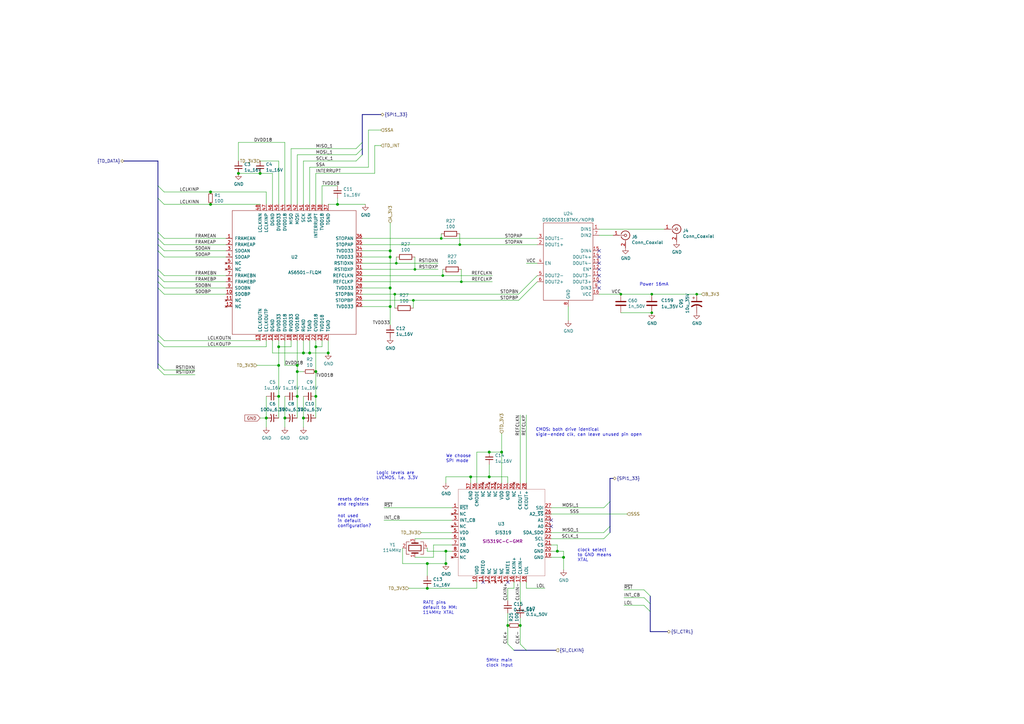
<source format=kicad_sch>
(kicad_sch (version 20230121) (generator eeschema)
  (paper "A3")
  (junction (at 127 144.78) (diameter 1.016))
  (junction (at 160.02 102.87) (diameter 1.016))
  (junction (at 129.54 152.4) (diameter 1.016))
  (junction (at 188.595 100.33))
  (junction (at 161.925 120.65))
  (junction (at 182.88 226.06) (diameter 1.016))
  (junction (at 121.92 152.4) (diameter 1.016))
  (junction (at 160.02 105.41) (diameter 1.016))
  (junction (at 231.14 228.6) (diameter 1.016))
  (junction (at 169.545 123.19))
  (junction (at 200.66 195.58) (diameter 1.016))
  (junction (at 193.04 195.58) (diameter 1.016))
  (junction (at 109.22 171.45) (diameter 1.016))
  (junction (at 97.79 71.12) (diameter 1.016))
  (junction (at 124.46 171.45) (diameter 1.016))
  (junction (at 114.3 149.86) (diameter 1.016))
  (junction (at 180.975 97.79))
  (junction (at 138.43 83.82) (diameter 1.016))
  (junction (at 267.335 128.27))
  (junction (at 181.61 113.03))
  (junction (at 86.36 83.82) (diameter 1.016))
  (junction (at 114.3 162.56) (diameter 1.016))
  (junction (at 189.23 115.57))
  (junction (at 175.26 241.3) (diameter 1.016))
  (junction (at 116.84 171.45) (diameter 1.016))
  (junction (at 175.26 231.14) (diameter 1.016))
  (junction (at 160.02 125.73) (diameter 1.016))
  (junction (at 205.74 185.42) (diameter 1.016))
  (junction (at 208.28 256.54) (diameter 1.016))
  (junction (at 121.92 162.56) (diameter 1.016))
  (junction (at 134.62 144.78) (diameter 1.016))
  (junction (at 213.36 256.54) (diameter 1.016))
  (junction (at 182.88 231.14) (diameter 1.016))
  (junction (at 200.66 185.42) (diameter 1.016))
  (junction (at 114.3 142.24) (diameter 1.016))
  (junction (at 106.68 71.12) (diameter 1.016))
  (junction (at 121.92 149.86) (diameter 1.016))
  (junction (at 228.6 226.06) (diameter 1.016))
  (junction (at 267.335 120.65))
  (junction (at 129.54 162.56) (diameter 1.016))
  (junction (at 86.36 78.74) (diameter 1.016))
  (junction (at 254.635 120.65))
  (junction (at 170.18 110.49))
  (junction (at 124.46 144.78) (diameter 1.016))
  (junction (at 162.56 107.95))
  (junction (at 129.54 142.24) (diameter 1.016))
  (junction (at 285.75 120.65))
  (junction (at 160.02 118.11) (diameter 1.016))
  (no_connect (at 198.12 238.76))
  (no_connect (at 245.745 105.41))
  (no_connect (at 245.745 115.57))
  (no_connect (at 245.745 102.87))
  (no_connect (at 245.745 118.11))
  (no_connect (at 245.745 113.03))
  (no_connect (at 226.06 215.9))
  (no_connect (at 208.28 238.76))
  (no_connect (at 226.06 213.36))
  (no_connect (at 245.745 107.95))
  (no_connect (at 245.745 110.49))
  (bus_entry (at 213.36 264.16) (size 2.54 2.54) (stroke (width 0.1524)))
  (bus_entry (at 264.16 241.935) (size 2.54 2.54) (stroke (width 0.1524)))
  (bus_entry (at 67.31 83.82) (size -2.54 -2.54) (stroke (width 0.1524)))
  (bus_entry (at 146.05 60.96) (size 2.54 -2.54) (stroke (width 0.1524)))
  (bus_entry (at 64.77 95.25) (size 2.54 2.54) (stroke (width 0.1524)))
  (bus_entry (at 64.77 149.225) (size 2.54 2.54))
  (bus_entry (at 247.65 208.28) (size 2.54 -2.54) (stroke (width 0.1524)))
  (bus_entry (at 208.28 264.16) (size 2.54 2.54) (stroke (width 0.1524)))
  (bus_entry (at 67.31 139.7) (size -2.54 -2.54) (stroke (width 0.1524)))
  (bus_entry (at 67.31 100.33) (size -2.54 -2.54) (stroke (width 0.1524)))
  (bus_entry (at 67.31 153.67) (size -2.54 -2.54) (stroke (width 0.1524)))
  (bus_entry (at 250.19 215.9) (size -2.54 2.54) (stroke (width 0.1524)))
  (bus_entry (at 67.31 78.74) (size -2.54 -2.54) (stroke (width 0.1524)))
  (bus_entry (at 247.65 220.98) (size 2.54 -2.54) (stroke (width 0.1524)))
  (bus_entry (at 264.16 245.11) (size 2.54 2.54) (stroke (width 0.1524)))
  (bus_entry (at 67.31 118.11) (size -2.54 -2.54) (stroke (width 0.1524)))
  (bus_entry (at 67.31 120.65) (size -2.54 -2.54) (stroke (width 0.1524)))
  (bus_entry (at 264.16 248.285) (size 2.54 2.54) (stroke (width 0.1524)))
  (bus_entry (at 146.05 66.04) (size 2.54 -2.54) (stroke (width 0.1524)))
  (bus_entry (at 67.31 115.57) (size -2.54 -2.54) (stroke (width 0.1524)))
  (bus_entry (at 67.31 105.41) (size -2.54 -2.54) (stroke (width 0.1524)))
  (bus_entry (at 67.31 113.03) (size -2.54 -2.54) (stroke (width 0.1524)))
  (bus_entry (at 67.31 142.24) (size -2.54 -2.54) (stroke (width 0.1524)))
  (bus_entry (at 146.05 63.5) (size 2.54 -2.54) (stroke (width 0.1524)))
  (bus_entry (at 67.31 102.87) (size -2.54 -2.54) (stroke (width 0.1524)))
  (wire (pts (xy 148.59 113.03) (xy 181.61 113.03)))
  (wire (pts (xy 105.41 149.86) (xy 114.3 149.86)))
  (wire (pts (xy 148.59 115.57) (xy 189.23 115.57)))
  (wire (pts (xy 195.58 241.3) (xy 175.26 241.3)))
  (wire (pts (xy 127 68.58) (xy 151.13 68.58)))
  (bus (pts (xy 64.77 118.11) (xy 64.77 137.16)))
  (wire (pts (xy 67.31 78.74) (xy 86.36 78.74)))
  (wire (pts (xy 124.46 66.04) (xy 146.05 66.04)))
  (wire (pts (xy 67.31 102.87) (xy 92.71 102.87)))
  (wire (pts (xy 129.54 139.7) (xy 129.54 142.24)))
  (wire (pts (xy 160.02 118.11) (xy 160.02 125.73)))
  (wire (pts (xy 255.905 241.935) (xy 264.16 241.935)))
  (wire (pts (xy 208.28 256.54) (xy 208.28 264.16)))
  (wire (pts (xy 208.28 241.3) (xy 210.82 241.3)))
  (wire (pts (xy 127 144.78) (xy 134.62 144.78)))
  (bus (pts (xy 148.59 60.96) (xy 148.59 63.5)))
  (wire (pts (xy 67.31 83.82) (xy 86.36 83.82)))
  (wire (pts (xy 116.84 171.45) (xy 116.84 175.26)))
  (wire (pts (xy 189.23 115.57) (xy 201.93 115.57)))
  (wire (pts (xy 226.06 228.6) (xy 231.14 228.6)))
  (wire (pts (xy 67.31 118.11) (xy 92.71 118.11)))
  (bus (pts (xy 64.77 66.04) (xy 64.77 76.2)))
  (wire (pts (xy 170.18 105.41) (xy 170.18 110.49)))
  (wire (pts (xy 111.76 83.82) (xy 111.76 71.12)))
  (wire (pts (xy 109.22 162.56) (xy 109.22 171.45)))
  (wire (pts (xy 182.88 226.06) (xy 185.42 226.06)))
  (bus (pts (xy 64.77 81.28) (xy 64.77 95.25)))
  (wire (pts (xy 195.58 198.12) (xy 195.58 185.42)))
  (wire (pts (xy 148.59 102.87) (xy 160.02 102.87)))
  (wire (pts (xy 210.82 241.3) (xy 210.82 238.76)))
  (wire (pts (xy 161.925 126.365) (xy 161.925 120.65)))
  (bus (pts (xy 148.59 46.99) (xy 148.59 58.42)))
  (wire (pts (xy 111.76 71.12) (xy 106.68 71.12)))
  (wire (pts (xy 67.31 120.65) (xy 92.71 120.65)))
  (bus (pts (xy 266.7 259.08) (xy 273.685 259.08)))
  (wire (pts (xy 233.045 125.73) (xy 233.045 131.445)))
  (wire (pts (xy 170.18 228.6) (xy 177.8 228.6)))
  (wire (pts (xy 162.56 107.95) (xy 179.705 107.95)))
  (wire (pts (xy 124.46 139.7) (xy 124.46 144.78)))
  (bus (pts (xy 250.19 215.9) (xy 250.19 218.44)))
  (wire (pts (xy 172.72 218.44) (xy 185.42 218.44)))
  (wire (pts (xy 114.3 139.7) (xy 114.3 142.24)))
  (wire (pts (xy 67.31 100.33) (xy 92.71 100.33)))
  (wire (pts (xy 114.3 66.04) (xy 106.68 66.04)))
  (wire (pts (xy 228.6 226.06) (xy 231.14 226.06)))
  (wire (pts (xy 267.335 120.65) (xy 285.75 120.65)))
  (bus (pts (xy 64.77 149.225) (xy 64.77 151.13)))
  (wire (pts (xy 231.14 228.6) (xy 231.14 233.68)))
  (wire (pts (xy 148.59 100.33) (xy 188.595 100.33)))
  (wire (pts (xy 215.9 241.3) (xy 223.52 241.3)))
  (wire (pts (xy 148.59 120.65) (xy 161.925 120.65)))
  (wire (pts (xy 231.14 226.06) (xy 231.14 228.6)))
  (wire (pts (xy 134.62 83.82) (xy 138.43 83.82)))
  (wire (pts (xy 151.13 68.58) (xy 151.13 53.34)))
  (wire (pts (xy 129.54 162.56) (xy 129.54 171.45)))
  (wire (pts (xy 138.43 81.28) (xy 138.43 83.82)))
  (wire (pts (xy 213.36 256.54) (xy 213.36 264.16)))
  (bus (pts (xy 64.77 139.7) (xy 64.77 149.225)))
  (wire (pts (xy 182.88 195.58) (xy 182.88 198.12)))
  (wire (pts (xy 148.59 118.11) (xy 160.02 118.11)))
  (wire (pts (xy 215.9 170.18) (xy 215.9 198.12)))
  (wire (pts (xy 121.92 63.5) (xy 146.05 63.5)))
  (wire (pts (xy 285.75 120.65) (xy 287.655 120.65)))
  (bus (pts (xy 250.19 205.74) (xy 250.19 215.9)))
  (bus (pts (xy 210.82 266.7) (xy 215.9 266.7)))
  (wire (pts (xy 67.31 105.41) (xy 92.71 105.41)))
  (wire (pts (xy 119.38 60.96) (xy 119.38 83.82)))
  (wire (pts (xy 67.31 139.7) (xy 106.68 139.7)))
  (bus (pts (xy 64.77 76.2) (xy 64.77 81.28)))
  (wire (pts (xy 175.26 231.14) (xy 175.26 236.22)))
  (wire (pts (xy 116.84 149.86) (xy 121.92 149.86)))
  (wire (pts (xy 245.745 120.65) (xy 254.635 120.65)))
  (wire (pts (xy 175.26 241.3) (xy 167.64 241.3)))
  (wire (pts (xy 67.31 113.03) (xy 92.71 113.03)))
  (wire (pts (xy 127 68.58) (xy 127 83.82)))
  (wire (pts (xy 106.68 71.12) (xy 97.79 71.12)))
  (bus (pts (xy 215.9 266.7) (xy 227.965 266.7)))
  (wire (pts (xy 127 139.7) (xy 127 144.78)))
  (wire (pts (xy 170.18 220.98) (xy 185.42 220.98)))
  (wire (pts (xy 111.76 139.7) (xy 111.76 144.78)))
  (wire (pts (xy 254.635 120.65) (xy 267.335 120.65)))
  (wire (pts (xy 195.58 185.42) (xy 200.66 185.42)))
  (wire (pts (xy 157.48 213.36) (xy 185.42 213.36)))
  (wire (pts (xy 170.18 110.49) (xy 179.705 110.49)))
  (bus (pts (xy 64.77 97.79) (xy 64.77 100.33)))
  (wire (pts (xy 148.59 123.19) (xy 169.545 123.19)))
  (bus (pts (xy 64.77 110.49) (xy 64.77 113.03)))
  (wire (pts (xy 165.1 224.79) (xy 165.1 231.14)))
  (wire (pts (xy 121.92 162.56) (xy 121.92 171.45)))
  (wire (pts (xy 129.54 142.24) (xy 129.54 152.4)))
  (wire (pts (xy 160.02 102.87) (xy 160.02 105.41)))
  (wire (pts (xy 213.36 253.365) (xy 213.36 256.54)))
  (wire (pts (xy 215.9 107.95) (xy 220.345 107.95)))
  (wire (pts (xy 226.06 218.44) (xy 247.65 218.44)))
  (wire (pts (xy 160.02 105.41) (xy 160.02 118.11)))
  (bus (pts (xy 64.77 115.57) (xy 64.77 118.11)))
  (wire (pts (xy 124.46 162.56) (xy 124.46 171.45)))
  (wire (pts (xy 106.68 171.45) (xy 109.22 171.45)))
  (wire (pts (xy 195.58 238.76) (xy 195.58 241.3)))
  (wire (pts (xy 200.66 185.42) (xy 205.74 185.42)))
  (bus (pts (xy 266.7 250.825) (xy 266.7 259.08)))
  (wire (pts (xy 132.08 76.2) (xy 138.43 76.2)))
  (wire (pts (xy 182.88 226.06) (xy 175.26 226.06)))
  (bus (pts (xy 50.8 66.04) (xy 64.77 66.04)))
  (bus (pts (xy 266.7 244.475) (xy 266.7 247.65)))
  (wire (pts (xy 109.22 171.45) (xy 109.22 175.26)))
  (wire (pts (xy 114.3 66.04) (xy 114.3 83.82)))
  (wire (pts (xy 67.31 153.67) (xy 80.01 153.67)))
  (wire (pts (xy 245.745 93.98) (xy 272.415 93.98)))
  (wire (pts (xy 180.975 95.885) (xy 180.975 97.79)))
  (wire (pts (xy 134.62 139.7) (xy 134.62 144.78)))
  (wire (pts (xy 86.36 78.74) (xy 109.22 78.74)))
  (wire (pts (xy 67.31 97.79) (xy 92.71 97.79)))
  (bus (pts (xy 64.77 100.33) (xy 64.77 102.87)))
  (wire (pts (xy 116.84 162.56) (xy 116.84 171.45)))
  (wire (pts (xy 175.26 231.14) (xy 182.88 231.14)))
  (wire (pts (xy 67.31 115.57) (xy 92.71 115.57)))
  (wire (pts (xy 213.36 170.18) (xy 213.36 198.12)))
  (bus (pts (xy 250.19 196.215) (xy 250.19 205.74)))
  (wire (pts (xy 212.725 123.19) (xy 220.345 115.57)))
  (wire (pts (xy 193.04 195.58) (xy 200.66 195.58)))
  (wire (pts (xy 132.08 139.7) (xy 132.08 142.24)))
  (bus (pts (xy 266.7 247.65) (xy 266.7 250.825)))
  (wire (pts (xy 148.59 110.49) (xy 170.18 110.49)))
  (wire (pts (xy 255.905 248.285) (xy 264.16 248.285)))
  (wire (pts (xy 124.46 144.78) (xy 127 144.78)))
  (wire (pts (xy 226.06 226.06) (xy 228.6 226.06)))
  (wire (pts (xy 245.745 96.52) (xy 251.46 96.52)))
  (wire (pts (xy 169.545 123.19) (xy 212.725 123.19)))
  (bus (pts (xy 251.46 196.215) (xy 250.19 196.215)))
  (wire (pts (xy 138.43 83.82) (xy 149.86 83.82)))
  (wire (pts (xy 188.595 95.885) (xy 188.595 100.33)))
  (wire (pts (xy 175.26 226.06) (xy 175.26 224.79)))
  (wire (pts (xy 121.92 152.4) (xy 121.92 162.56)))
  (wire (pts (xy 86.36 83.82) (xy 106.68 83.82)))
  (wire (pts (xy 97.79 66.04) (xy 97.79 58.42)))
  (wire (pts (xy 226.06 210.82) (xy 257.175 210.82)))
  (wire (pts (xy 119.38 60.96) (xy 146.05 60.96)))
  (wire (pts (xy 200.66 190.5) (xy 200.66 195.58)))
  (wire (pts (xy 161.925 120.65) (xy 212.725 120.65)))
  (bus (pts (xy 64.77 95.25) (xy 64.77 97.79)))
  (wire (pts (xy 160.02 133.35) (xy 160.02 125.73)))
  (bus (pts (xy 64.77 137.16) (xy 64.77 139.7)))
  (wire (pts (xy 165.1 231.14) (xy 175.26 231.14)))
  (wire (pts (xy 160.02 91.44) (xy 160.02 102.87)))
  (wire (pts (xy 226.06 208.28) (xy 247.65 208.28)))
  (wire (pts (xy 121.92 149.86) (xy 121.92 152.4)))
  (wire (pts (xy 114.3 162.56) (xy 114.3 171.45)))
  (wire (pts (xy 67.31 142.24) (xy 109.22 142.24)))
  (wire (pts (xy 111.76 144.78) (xy 124.46 144.78)))
  (wire (pts (xy 181.61 113.03) (xy 201.93 113.03)))
  (wire (pts (xy 132.08 142.24) (xy 129.54 142.24)))
  (wire (pts (xy 193.04 198.12) (xy 193.04 195.58)))
  (bus (pts (xy 148.59 46.99) (xy 156.21 46.99)))
  (wire (pts (xy 226.06 223.52) (xy 228.6 223.52)))
  (wire (pts (xy 129.54 152.4) (xy 129.54 162.56)))
  (wire (pts (xy 208.28 251.46) (xy 208.28 256.54)))
  (wire (pts (xy 148.59 97.79) (xy 180.975 97.79)))
  (wire (pts (xy 205.74 185.42) (xy 205.74 198.12)))
  (wire (pts (xy 109.22 78.74) (xy 109.22 83.82)))
  (wire (pts (xy 67.31 151.765) (xy 80.01 151.765)))
  (wire (pts (xy 151.13 53.34) (xy 156.21 53.34)))
  (wire (pts (xy 124.46 66.04) (xy 124.46 83.82)))
  (wire (pts (xy 182.88 226.06) (xy 182.88 231.14)))
  (wire (pts (xy 228.6 223.52) (xy 228.6 226.06)))
  (wire (pts (xy 116.84 58.42) (xy 116.84 83.82)))
  (wire (pts (xy 189.23 110.49) (xy 189.23 115.57)))
  (wire (pts (xy 213.36 238.76) (xy 213.36 248.285)))
  (wire (pts (xy 188.595 100.33) (xy 220.345 100.33)))
  (wire (pts (xy 226.06 220.98) (xy 247.65 220.98)))
  (wire (pts (xy 119.38 139.7) (xy 119.38 142.24)))
  (wire (pts (xy 205.74 177.8) (xy 205.74 185.42)))
  (wire (pts (xy 114.3 142.24) (xy 114.3 149.86)))
  (wire (pts (xy 129.54 71.12) (xy 129.54 83.82)))
  (wire (pts (xy 153.67 59.69) (xy 153.67 71.12)))
  (wire (pts (xy 129.54 71.12) (xy 153.67 71.12)))
  (wire (pts (xy 148.59 105.41) (xy 160.02 105.41)))
  (wire (pts (xy 177.8 223.52) (xy 185.42 223.52)))
  (bus (pts (xy 148.59 58.42) (xy 148.59 60.96)))
  (wire (pts (xy 215.9 238.76) (xy 215.9 241.3)))
  (wire (pts (xy 148.59 125.73) (xy 160.02 125.73)))
  (wire (pts (xy 119.38 142.24) (xy 114.3 142.24)))
  (wire (pts (xy 208.28 198.12) (xy 208.28 195.58)))
  (wire (pts (xy 180.975 97.79) (xy 220.345 97.79)))
  (wire (pts (xy 109.22 139.7) (xy 109.22 142.24)))
  (wire (pts (xy 162.56 105.41) (xy 162.56 107.95)))
  (wire (pts (xy 121.92 63.5) (xy 121.92 83.82)))
  (wire (pts (xy 254.635 128.27) (xy 267.335 128.27)))
  (wire (pts (xy 124.46 171.45) (xy 124.46 175.26)))
  (wire (pts (xy 97.79 58.42) (xy 116.84 58.42)))
  (wire (pts (xy 114.3 149.86) (xy 114.3 162.56)))
  (wire (pts (xy 193.04 195.58) (xy 182.88 195.58)))
  (wire (pts (xy 177.8 228.6) (xy 177.8 223.52)))
  (bus (pts (xy 64.77 113.03) (xy 64.77 115.57)))
  (wire (pts (xy 200.66 195.58) (xy 208.28 195.58)))
  (wire (pts (xy 132.08 83.82) (xy 132.08 76.2)))
  (wire (pts (xy 157.48 208.28) (xy 185.42 208.28)))
  (bus (pts (xy 64.77 102.87) (xy 64.77 110.49)))
  (wire (pts (xy 169.545 126.365) (xy 169.545 123.19)))
  (wire (pts (xy 181.61 110.49) (xy 181.61 113.03)))
  (wire (pts (xy 121.92 139.7) (xy 121.92 149.86)))
  (wire (pts (xy 156.21 59.69) (xy 153.67 59.69)))
  (wire (pts (xy 212.725 120.65) (xy 220.345 113.03)))
  (wire (pts (xy 124.46 152.4) (xy 121.92 152.4)))
  (wire (pts (xy 255.905 245.11) (xy 264.16 245.11)))
  (wire (pts (xy 208.28 246.38) (xy 208.28 241.3)))
  (wire (pts (xy 148.59 107.95) (xy 162.56 107.95)))
  (wire (pts (xy 116.84 139.7) (xy 116.84 149.86)))
  (text "Power 16mA" (at 262.255 117.475 0) (effects (font (size 1.27 1.27)) (justify left bottom)))
  (text "clock select\nto GND means\nXTAL" (at 236.855 230.505 0) (effects (font (size 1.27 1.27)) (justify left bottom)))
  (text "5MHz main\nclock input" (at 199.39 273.685 0) (effects (font (size 1.27 1.27)) (justify left bottom)))
  (text "RATE pins\ndefault to MM:\n114MHz XTAL" (at 173.355 252.095 0) (effects (font (size 1.27 1.27)) (justify left bottom)))
  (text "resets device\nand registers" (at 138.43 207.645 0) (effects (font (size 1.27 1.27)) (justify left bottom)))
  (text "We choose\nSPI mode" (at 182.88 189.865 0) (effects (font (size 1.27 1.27)) (justify left bottom)))
  (text "CMOS: both drive identical\nsigle-ended clk, can leave unused pin open" (at 219.71 179.07 0) (effects (font (size 1.27 1.27)) (justify left bottom)))
  (text "Logic levels are\nLVCMOS, i.e. 3.3V" (at 154.305 196.85 0) (effects (font (size 1.27 1.27)) (justify left bottom)))
  (text "not used\nin default\nconfiguration?" (at 138.43 216.535 0) (effects (font (size 1.27 1.27)) (justify left bottom)))
  (label "MOSI_1" (at 237.49 208.28 180))
  (label "CLKIN+" (at 208.28 246.38 90))
  (label "CLKIN-" (at 213.36 246.38 90))
  (label "LOL" (at 223.52 241.3 180))
  (label "RSTIDXN" (at 80.01 151.765 180))
  (label "FRAMEAP" (at 80.01 100.33 0))
  (label "REFCLKP" (at 201.93 115.57 180))
  (label "REFCLKN" (at 213.36 170.18 270))
  (label "CLK-" (at 213.36 264.16 90))
  (label "RSTIDXN" (at 179.705 107.95 180))
  (label "LCLKOUTP" (at 85.09 142.24 0))
  (label "LOL" (at 255.905 248.285 0))
  (label "MISO_1" (at 237.49 218.44 180))
  (label "STOPBP" (at 205.105 123.19 0))
  (label "~{RST}" (at 157.48 208.28 0))
  (label "TVDD18" (at 132.08 76.2 0))
  (label "SCLK_1" (at 237.49 220.98 180))
  (label "INTERRUPT" (at 129.54 71.12 0))
  (label "CLK+" (at 208.28 264.16 90))
  (label "REFCLKN" (at 201.93 113.03 180))
  (label "RSTIDXP" (at 179.705 110.49 180))
  (label "SSA" (at 129.54 68.58 0))
  (label "STOPAN" (at 207.01 100.33 0))
  (label "RSTIDXP" (at 80.01 153.67 180))
  (label "VCC" (at 215.9 107.95 0))
  (label "VCC" (at 250.825 120.65 0))
  (label "DVDD18" (at 116.84 149.86 0))
  (label "~{RST}" (at 255.905 241.935 0))
  (label "INT_CB" (at 255.905 245.11 0))
  (label "STOPAP" (at 207.01 97.79 0))
  (label "MISO_1" (at 129.54 60.96 0))
  (label "SDOBP" (at 80.01 120.65 0))
  (label "TVDD18" (at 129.54 154.94 0))
  (label "FRAMEBN" (at 80.01 113.03 0))
  (label "FRAMEAN" (at 80.01 97.79 0))
  (label "TVDD33" (at 160.02 133.35 180))
  (label "SDOBN" (at 80.01 118.11 0))
  (label "LCLKOUTN" (at 85.09 139.7 0))
  (label "SSS" (at 237.49 210.82 180))
  (label "FRAMEBP" (at 80.01 115.57 0))
  (label "MOSI_1" (at 129.54 63.5 0))
  (label "INT_CB" (at 157.48 213.36 0))
  (label "STOPBN" (at 205.105 120.65 0))
  (label "LCLKINP" (at 73.66 78.74 0))
  (label "LCLKINN" (at 73.66 83.82 0))
  (label "SCLK_1" (at 129.54 66.04 0))
  (label "DVDD18" (at 104.14 58.42 0))
  (label "SDOAP" (at 80.01 105.41 0))
  (label "REFCLKP" (at 215.9 170.18 270))
  (label "SDOAN" (at 80.01 102.87 0))
  (global_label "GND" (shape input) (at 106.68 171.45 180) (property "Intersheetrefs" "${INTERSHEET_REFS}" (effects hide)))
  (hierarchical_label "{SPI1_33}" (shape bidirectional) (at 251.46 196.215 0))
  (hierarchical_label "{Si_CLKIN}" (shape input) (at 227.965 266.7 0))
  (hierarchical_label "B_3V3" (shape input) (at 287.655 120.65 0))
  (hierarchical_label "TD_3V3" (shape input) (at 105.41 149.86 180))
  (hierarchical_label "{Si_CTRL}" (shape bidirectional) (at 273.685 259.08 0))
  (hierarchical_label "TD_3V3" (shape input) (at 167.64 241.3 180))
  (hierarchical_label "{SPI1_33}" (shape bidirectional) (at 156.21 46.99 0))
  (hierarchical_label "A_3V3" (shape input) (at 160.02 91.44 90))
  (hierarchical_label "TD_3V3" (shape input) (at 172.72 218.44 180))
  (hierarchical_label "SSA" (shape input) (at 156.21 53.34 0))
  (hierarchical_label "{TD_DATA}" (shape bidirectional) (at 50.8 66.04 180))
  (hierarchical_label "TD_3V3" (shape input) (at 205.74 177.8 90))
  (hierarchical_label "TD_INT" (shape input) (at 156.21 59.69 0))
  (hierarchical_label "TD_3V3" (shape input) (at 106.68 66.04 180))
  (hierarchical_label "SSS" (shape input) (at 257.175 210.82 0))
  (symbol (lib_id "power:GND") (at 109.22 175.26 0) (unit 1)
    (property "Reference" "#PWR014" (effects hide))
    (property "Value" "GND" (at 109.347 179.6542 0))
    (instances (project "Bread" (path "" (reference "#PWR014") (unit 1))) (project "AS6501" (path "" (reference "#PWR017") (unit 1))) (project "Bread70" (path "" (reference "#PWR027") (unit 1))))
  )
  (symbol (lib_id "head-rescue:R-Device") (at 184.785 95.885 90) (unit 1)
    (property "Reference" "R27" (at 184.785 90.6272 90))
    (property "Value" "100" (at 184.785 92.9386 90))
    (property "Footprint" "Resistor_SMD:R_0603_1608Metric" (effects hide))
    (property "Datasheet" "https://www.mouser.fr/ProductDetail/KOA-Speer/RN73R1JTTD1000F50?qs=vLWxofP3U2yYPkSOJCMWdQ%3D%3D" (effects hide))
    (property "Part" "RN73R1JTTD1000F50" (effects hide))
    (property "Unitprice" "0.443" (effects hide))
    (property "Description" " Thin Film Resistors - SMD 100 ohm 1% 50 ppm" (effects hide))
    (property "Man" "KOA Speer " (effects hide))
    (property "Dis" "Mouser" (effects hide))
    (instances (project "Bread" (path "" (reference "R27") (unit 1))) (project "dac" (path "" (reference "R19") (unit 1))) (project "Bread70" (path "" (reference "R33") (unit 1)) (path "" (reference "R20") (unit 1))))
  )
  (symbol (lib_id "power:GND") (at 285.75 128.27 0) (unit 1)
    (property "Reference" "#PWR012" (effects hide))
    (property "Value" "GND" (at 285.8643 132.5944 0))
    (instances (project "tdc" (path "" (reference "#PWR012") (unit 1))) (project "Bread" (path "" (reference "#PWR022") (unit 1))) (project "Bread70" (path "" (reference "#PWR0114") (unit 1))))
  )
  (symbol (lib_id "power:GND") (at 233.045 131.445 0) (unit 1)
    (property "Reference" "#PWR012" (effects hide))
    (property "Value" "GND" (at 233.1593 135.7694 0))
    (instances (project "tdc" (path "" (reference "#PWR012") (unit 1))) (project "Bread" (path "" (reference "#PWR022") (unit 1))) (project "Bread70" (path "" (reference "#PWR035") (unit 1))))
  )
  (symbol (lib_id "Device:C_Small") (at 160.02 135.89 180) (unit 1)
    (property "Reference" "C12" (at 162.3568 134.7216 0) (effects (justify right)))
    (property "Value" "1u_16V" (at 162.3568 137.033 0) (effects (justify right)))
    (property "Footprint" "Capacitor_SMD:C_0603_1608Metric" (effects hide))
    (property "Datasheet" "https://www.mouser.fr/ProductDetail/TAIYO-YUDEN/EMK107B7105KA-T?qs=I6KAKw0tg2zS1zj87Lm%2FxQ%3D%3D" (effects hide))
    (property "Part" "EMK107B7105KA-T" (effects hide))
    (property "Man" "Taiyo Yuden" (effects hide))
    (property "Description" " Multilayer Ceramic Capacitors MLCC - SMD/SMT 0603 16VDC 1uF 10% X7R" (effects hide))
    (property "Dis" "Mouser" (effects hide))
    (property "Unitprice" "0.094" (effects hide))
    (instances (project "Bread" (path "" (reference "C12") (unit 1))) (project "AS6501" (path "" (reference "C12") (unit 1))) (project "Bread70" (path "" (reference "C29") (unit 1))))
  )
  (symbol (lib_id "power:GND") (at 160.02 138.43 0) (unit 1)
    (property "Reference" "#PWR021" (effects hide))
    (property "Value" "GND" (at 160.147 142.8242 0))
    (instances (project "Bread" (path "" (reference "#PWR021") (unit 1))) (project "AS6501" (path "" (reference "#PWR023") (unit 1))) (project "Bread70" (path "" (reference "#PWR032") (unit 1))))
  )
  (symbol (lib_id "power:GND") (at 277.495 99.06 0) (unit 1)
    (property "Reference" "#PWR010" (effects hide))
    (property "Value" "GND" (at 277.6093 103.3844 0))
    (instances (project "tdc" (path "" (reference "#PWR010") (unit 1))) (project "Bread" (path "" (reference "#PWR015") (unit 1))) (project "Bread70" (path "" (reference "#PWR039") (unit 1))))
  )
  (symbol (lib_id "power:GND") (at 97.79 71.12 0) (unit 1)
    (property "Reference" "#PWR08" (effects hide))
    (property "Value" "GND" (at 97.917 75.5142 0))
    (instances (project "Bread" (path "" (reference "#PWR08") (unit 1))) (project "AS6501" (path "" (reference "#PWR014") (unit 1))) (project "Bread70" (path "" (reference "#PWR026") (unit 1))))
  )
  (symbol (lib_id "Device:C_Small") (at 119.38 162.56 270) (unit 1)
    (property "Reference" "C7" (at 119.38 156.7434 90))
    (property "Value" "1u_16V" (at 119.38 159.0548 90))
    (property "Footprint" "Capacitor_SMD:C_0603_1608Metric" (effects hide))
    (property "Datasheet" "https://www.mouser.fr/ProductDetail/TAIYO-YUDEN/EMK107B7105KA-T?qs=I6KAKw0tg2zS1zj87Lm%2FxQ%3D%3D" (effects hide))
    (property "Part" "EMK107B7105KA-T" (effects hide))
    (property "Man" "Taiyo Yuden" (effects hide))
    (property "Description" " Multilayer Ceramic Capacitors MLCC - SMD/SMT 0603 16VDC 1uF 10% X7R" (effects hide))
    (property "Dis" "Mouser" (effects hide))
    (property "Unitprice" "0.094" (effects hide))
    (instances (project "Bread" (path "" (reference "C7") (unit 1))) (project "AS6501" (path "" (reference "C7") (unit 1))) (project "Bread70" (path "" (reference "C24") (unit 1))))
  )
  (symbol (lib_id "locallib:Si5319") (at 187.96 200.66 0) (unit 1)
    (property "Reference" "U3" (at 204.2161 214.8713 0) (effects (justify left)))
    (property "Value" "Si5319" (at 202.9461 218.44 0) (effects (justify left)))
    (property "Footprint" "VQ_footprints:QFN36_6x6_P0.5_EP4.1x4.1_ThermalVias" (effects hide))
    (property "Datasheet" "https://www.mouser.fr/ProductDetail/Skyworks-Solutions-Inc/SI5319C-C-GMR?qs=DPMK3kMt%252BoegePko%2FNTPKg%3D%3D" (effects hide))
    (property "Part" "SI5319C-C-GMR" (at 197.8661 222.0087 0) (effects (justify left)))
    (property "Dis" "Mouser" (effects hide))
    (property "Description" "Clock Synthesizer/Jitter Cleaner Any-frequency jitter attenuating clock " (effects hide))
    (property "Unitprice" "25.95" (effects hide))
    (property "Man" " Skyworks Solutions, Inc. " (effects hide))
    (instances (project "Bread" (path "" (reference "U3") (unit 1))) (project "jitter_cleaner" (path "" (reference "U3") (unit 1))) (project "Bread70" (path "" (reference "U6") (unit 1))))
  )
  (symbol (lib_id "power:GND") (at 116.84 175.26 0) (unit 1)
    (property "Reference" "#PWR017" (effects hide))
    (property "Value" "GND" (at 116.967 179.6542 0))
    (instances (project "Bread" (path "" (reference "#PWR017") (unit 1))) (project "AS6501" (path "" (reference "#PWR018") (unit 1))) (project "Bread70" (path "" (reference "#PWR028") (unit 1))))
  )
  (symbol (lib_id "Device:R_Small") (at 86.36 81.28 0) (unit 1)
    (property "Reference" "R1" (at 87.8586 80.1116 0) (effects (justify left)))
    (property "Value" "100" (at 87.8586 82.423 0) (effects (justify left)))
    (property "Footprint" "Resistor_SMD:R_0603_1608Metric" (effects hide))
    (property "Datasheet" "https://www.mouser.fr/ProductDetail/KOA-Speer/RN73R1JTTD1000F50?qs=vLWxofP3U2yYPkSOJCMWdQ%3D%3D" (effects hide))
    (property "Part" "RN73R1JTTD1000F50" (effects hide))
    (property "Man" "KOA Speer " (effects hide))
    (property "Description" " Thin Film Resistors - SMD 100 ohm 1% 50 ppm" (effects hide))
    (property "Dis" "Mouser" (effects hide))
    (property "Unitprice" "0.443" (effects hide))
    (instances (project "Bread" (path "" (reference "R1") (unit 1))) (project "AS6501" (path "" (reference "R1") (unit 1))) (project "Bread70" (path "" (reference "R18") (unit 1))))
  )
  (symbol (lib_id "head-rescue:C-Device") (at 254.635 124.46 0) (unit 1)
    (property "Reference" "C60" (at 257.556 123.2916 0) (effects (justify left)))
    (property "Value" "1n_50V" (at 257.556 125.603 0) (effects (justify left)))
    (property "Footprint" "Capacitor_SMD:C_0603_1608Metric" (effects hide))
    (property "Datasheet" "https://www.mouser.fr/ProductDetail/TAIYO-YUDEN/UMK107SD102KA-T?qs=PzICbMaShUdCPqt1cWoINg%3D%3D" (effects hide))
    (property "Part" " UMK107SD102KA-T" (effects hide))
    (property "Unitprice" "0.141" (effects hide))
    (property "Description" "Multilayer Ceramic Capacitors MLCC - SMD/SMT 0603 50VDC 1nF 10% Low Distort" (effects hide))
    (property "Man" "Taiyo yuden" (effects hide))
    (property "Dis" "Mouser" (effects hide))
    (instances (project "Bread" (path "" (reference "C60") (unit 1))) (project "dac" (path "" (reference "C47") (unit 1))) (project "Bread70" (path "" (reference "C43") (unit 1)) (path "" (reference "C35") (unit 1))))
  )
  (symbol (lib_id "Veriqloud:DS90C031B") (at 233.045 107.95 0) (unit 1)
    (property "Reference" "U24" (at 233.045 87.63 0))
    (property "Value" "DS90C031BTMX/NOPB" (at 233.045 90.17 0))
    (property "Footprint" "Package_SO:SOIC-16_3.9x9.9mm_P1.27mm" (effects hide))
    (property "Datasheet" "https://www.mouser.fr/ProductDetail/Texas-Instruments/DS90C031BTMX-NOPB?qs=7X5t%252BdzoRHDlPqWwfy%252BdmQ%3D%3D" (effects hide))
    (property "Part" "DS90C031BTMX/NOPB" (effects hide))
    (property "Man" "TI" (effects hide))
    (property "Dis" "Mouser" (effects hide))
    (property "Description" " LVDS Interface IC LVDS quad CMOS differential line driver 16-SOIC -40 to 85" (effects hide))
    (property "Unitprice" "2.93" (effects hide))
  )
  (symbol (lib_id "Device:CP1_Small") (at 119.38 171.45 270) (unit 1)
    (property "Reference" "C8" (at 119.38 165.6588 90))
    (property "Value" "100u_6.3V" (at 119.38 167.9702 90))
    (property "Footprint" "Capacitor_SMD:C_1210_3225Metric" (effects hide))
    (property "Datasheet" "https://www.mouser.fr/ProductDetail/AVX/F910J107MBAAJ6?qs=sGAEpiMZZMsh%252B1woXyUXj0YqoHYn8JRTfLTrgYQpX0w%3D" (effects hide))
    (property "Part" "F910J107MBAAJ6" (effects hide))
    (property "Man" "AVX" (effects hide))
    (property "Description" " Tantalum Capacitors - Solid SMD 6.3V 100uF 1210 20% ESR=450mOhms AEC-Q2" (effects hide))
    (property "Unitprice" "0.677" (effects hide))
    (property "Dis" "Mouser" (effects hide))
    (instances (project "Bread" (path "" (reference "C8") (unit 1))) (project "AS6501" (path "" (reference "C8") (unit 1))) (project "Bread70" (path "" (reference "C25") (unit 1))))
  )
  (symbol (lib_id "Device:C") (at 267.335 124.46 0) (unit 1)
    (property "Reference" "C159" (at 271.145 123.1899 0) (effects (justify left)))
    (property "Value" "1u_35V" (at 271.145 125.7299 0) (effects (justify left)))
    (property "Footprint" "Capacitor_SMD:C_0603_1608Metric" (effects hide))
    (property "Datasheet" "https://www.mouser.fr/ProductDetail/Taiyo-Yuden/GMJ107CB7105KAHR?qs=3jdCaFhktOQWOjcG%2FzhUAg%3D%3D" (effects hide))
    (property "Part" "GMJ107CB7105KAHR " (effects hide))
    (property "Unitprice" "0,263" (effects hide))
    (property "Description" "Multilayer Ceramic Capacitors MLCC - SMD/SMT 0603 35VDC 1uF 10% X7R AEC-Q200 " (effects hide))
    (property "Man" "Taiyo Yuden " (effects hide))
    (property "Dis" "Mouser" (effects hide))
    (instances (project "Bread" (path "" (reference "C159") (unit 1))) (project "pllclock" (path "" (reference "C152") (unit 1))) (project "Bread70" (path "" (reference "C177") (unit 1)) (path "" (reference "C32") (unit 1))))
  )
  (symbol (lib_id "power:GND") (at 256.54 101.6 0) (unit 1)
    (property "Reference" "#PWR012" (effects hide))
    (property "Value" "GND" (at 256.6543 105.9244 0))
    (instances (project "tdc" (path "" (reference "#PWR012") (unit 1))) (project "Bread" (path "" (reference "#PWR022") (unit 1))) (project "Bread70" (path "" (reference "#PWR040") (unit 1))))
  )
  (symbol (lib_id "Device:Crystal_GND24") (at 170.18 224.79 90) (unit 1)
    (property "Reference" "Y1" (at 159.7661 223.3866 90) (effects (justify right)))
    (property "Value" "114MHz" (at 156.9721 225.6853 90) (effects (justify right)))
    (property "Footprint" "Crystal:Crystal_SMD_3225-4Pin_3.2x2.5mm" (effects hide))
    (property "Datasheet" "https://www.mouser.fr/ProductDetail/ECS/ECS-114285-18-33-JTN-TR/?qs=wd5RIQLrsJgRpNWBuho%252BLA%3D%3D" (effects hide))
    (property "Part" "ECS-1142.85-18-33-JTN-TR" (effects hide))
    (property "Description" " Crystals 114.285MHz 20ppm -40C +85C 18pF " (effects hide))
    (property "Dis" "Mouser" (effects hide))
    (property "Man" "ECS" (effects hide))
    (property "Unitprice" "1.16" (effects hide))
  )
  (symbol (lib_id "Device:C_Small") (at 106.68 68.58 180) (unit 1)
    (property "Reference" "C4" (at 109.0168 67.4116 0) (effects (justify right)))
    (property "Value" "1u_16V" (at 109.0168 69.723 0) (effects (justify right)))
    (property "Footprint" "Capacitor_SMD:C_0603_1608Metric" (effects hide))
    (property "Datasheet" "https://www.mouser.fr/ProductDetail/TAIYO-YUDEN/EMK107B7105KA-T?qs=I6KAKw0tg2zS1zj87Lm%2FxQ%3D%3D" (effects hide))
    (property "Part" "EMK107B7105KA-T" (effects hide))
    (property "Man" "Taiyo Yuden" (effects hide))
    (property "Description" " Multilayer Ceramic Capacitors MLCC - SMD/SMT 0603 16VDC 1uF 10% X7R" (effects hide))
    (property "Dis" "Mouser" (effects hide))
    (property "Unitprice" "0.094" (effects hide))
    (instances (project "Bread" (path "" (reference "C4") (unit 1))) (project "AS6501" (path "" (reference "C4") (unit 1))) (project "Bread70" (path "" (reference "C21") (unit 1))))
  )
  (symbol (lib_id "Device:C_Small") (at 175.26 238.76 180) (unit 1)
    (property "Reference" "C13" (at 177.5968 237.5916 0) (effects (justify right)))
    (property "Value" "1u_16V" (at 177.5968 239.903 0) (effects (justify right)))
    (property "Footprint" "Capacitor_SMD:C_0603_1608Metric" (effects hide))
    (property "Datasheet" "https://www.mouser.fr/ProductDetail/TAIYO-YUDEN/EMK107B7105KA-T?qs=I6KAKw0tg2zS1zj87Lm%2FxQ%3D%3D" (effects hide))
    (property "Part" "EMK107B7105KA-T" (effects hide))
    (property "Man" "Taiyo Yuden" (effects hide))
    (property "Description" " Multilayer Ceramic Capacitors MLCC - SMD/SMT 0603 16VDC 1uF 10% X7R" (effects hide))
    (property "Dis" "Mouser" (effects hide))
    (property "Unitprice" "0.094" (effects hide))
    (instances (project "Bread" (path "" (reference "C13") (unit 1))) (project "jitter_cleaner" (path "" (reference "C13") (unit 1))) (project "Bread70" (path "" (reference "C30") (unit 1))))
  )
  (symbol (lib_id "Device:C_Small") (at 97.79 68.58 180) (unit 1)
    (property "Reference" "C3" (at 100.1268 67.4116 0) (effects (justify right)))
    (property "Value" "1u_16V" (at 100.1268 69.723 0) (effects (justify right)))
    (property "Footprint" "Capacitor_SMD:C_0603_1608Metric" (effects hide))
    (property "Datasheet" "https://www.mouser.fr/ProductDetail/TAIYO-YUDEN/EMK107B7105KA-T?qs=I6KAKw0tg2zS1zj87Lm%2FxQ%3D%3D" (effects hide))
    (property "Part" "EMK107B7105KA-T" (effects hide))
    (property "Man" "Taiyo Yuden" (effects hide))
    (property "Description" " Multilayer Ceramic Capacitors MLCC - SMD/SMT 0603 16VDC 1uF 10% X7R" (effects hide))
    (property "Dis" "Mouser" (effects hide))
    (property "Unitprice" "0.094" (effects hide))
    (instances (project "Bread" (path "" (reference "C3") (unit 1))) (project "AS6501" (path "" (reference "C3") (unit 1))) (project "Bread70" (path "" (reference "C20") (unit 1))))
  )
  (symbol (lib_id "Device:CP1_Small") (at 127 171.45 270) (unit 1)
    (property "Reference" "C10" (at 127 165.6588 90))
    (property "Value" "100u_6.3V" (at 127 167.9702 90))
    (property "Footprint" "Capacitor_SMD:C_1210_3225Metric" (effects hide))
    (property "Datasheet" "https://www.mouser.fr/ProductDetail/AVX/F910J107MBAAJ6?qs=sGAEpiMZZMsh%252B1woXyUXj0YqoHYn8JRTfLTrgYQpX0w%3D" (effects hide))
    (property "Part" "F910J107MBAAJ6" (effects hide))
    (property "Man" "AVX" (effects hide))
    (property "Description" " Tantalum Capacitors - Solid SMD 6.3V 100uF 1210 20% ESR=450mOhms AEC-Q2" (effects hide))
    (property "Unitprice" "0.677" (effects hide))
    (property "Dis" "Mouser" (effects hide))
    (instances (project "Bread" (path "" (reference "C10") (unit 1))) (project "AS6501" (path "" (reference "C10") (unit 1))) (project "Bread70" (path "" (reference "C27") (unit 1))))
  )
  (symbol (lib_id "Device:C_Polarized_US") (at 285.75 124.46 0) (unit 1)
    (property "Reference" "C95" (at 279.4 124.46 90))
    (property "Value" "10u_35V" (at 281.94 124.46 90))
    (property "Footprint" "Capacitor_Tantalum_SMD:CP_EIA-7343-20_Kemet-V_Pad2.25x2.55mm_HandSolder" (effects hide))
    (property "Datasheet" "https://www.mouser.fr/ProductDetail/KYOCERA-AVX/TCJY106M035R0070?qs=bJSoPGA5nOYDtjAlk8bK6Q%3D%3D" (effects hide))
    (property "Part" "TCJY106M035R0070" (effects hide))
    (property "Description" " Tantalum Capacitors - Polymer 35V 10uF 2917 20% ESR=70mOhms" (effects hide))
    (property "Dis" "Mouser" (effects hide))
    (property "Man" " KYOCERA AVX" (effects hide))
    (property "Unitprice" "2.11" (effects hide))
    (instances (project "DACs_Eval" (path "" (reference "C95") (unit 1))) (project "Bread" (path "" (reference "C39") (unit 1))) (project "dac" (path "" (reference "C?") (unit 1))) (project "DAC81408" (path "" (reference "C93") (unit 1))) (project "Bread70" (path "" (reference "C125") (unit 1)) (path "" (reference "C34") (unit 1))))
  )
  (symbol (lib_id "power:GND") (at 124.46 175.26 0) (unit 1)
    (property "Reference" "#PWR018" (effects hide))
    (property "Value" "GND" (at 124.587 179.6542 0))
    (instances (project "Bread" (path "" (reference "#PWR018") (unit 1))) (project "AS6501" (path "" (reference "#PWR019") (unit 1))) (project "Bread70" (path "" (reference "#PWR029") (unit 1))))
  )
  (symbol (lib_id "head-rescue:R-Device") (at 166.37 105.41 90) (unit 1)
    (property "Reference" "R27" (at 166.37 100.1522 90))
    (property "Value" "100" (at 166.37 102.4636 90))
    (property "Footprint" "Resistor_SMD:R_0603_1608Metric" (effects hide))
    (property "Datasheet" "https://www.mouser.fr/ProductDetail/KOA-Speer/RN73R1JTTD1000F50?qs=vLWxofP3U2yYPkSOJCMWdQ%3D%3D" (effects hide))
    (property "Part" "RN73R1JTTD1000F50" (effects hide))
    (property "Unitprice" "0.443" (effects hide))
    (property "Description" " Thin Film Resistors - SMD 100 ohm 1% 50 ppm" (effects hide))
    (property "Man" "KOA Speer " (effects hide))
    (property "Dis" "Mouser" (effects hide))
    (instances (project "Bread" (path "" (reference "R27") (unit 1))) (project "dac" (path "" (reference "R19") (unit 1))) (project "Bread70" (path "" (reference "R33") (unit 1)) (path "" (reference "R22") (unit 1))))
  )
  (symbol (lib_id "power:GND") (at 267.335 128.27 0) (unit 1)
    (property "Reference" "#PWR012" (effects hide))
    (property "Value" "GND" (at 267.4493 132.5944 0))
    (instances (project "tdc" (path "" (reference "#PWR012") (unit 1))) (project "Bread" (path "" (reference "#PWR022") (unit 1))) (project "Bread70" (path "" (reference "#PWR038") (unit 1))))
  )
  (symbol (lib_id "Connector:Conn_Coaxial") (at 277.495 93.98 0) (unit 1)
    (property "Reference" "J4" (at 280.0351 94.5959 0) (effects (justify left)))
    (property "Value" "Conn_Coaxial" (at 280.0351 96.8946 0) (effects (justify left)))
    (property "Footprint" "Connector_Coaxial:SMA_Amphenol_132134_Vertical" (effects hide))
    (property "Datasheet" "https://www.mouser.fr/ProductDetail/Amphenol-RF/132134/?qs=b8dDPpdgesvQEpS4IQp3aA%3D%3D" (effects hide))
    (property "Part" "132134" (effects hide))
    (property "Man" "Amphenol RF" (effects hide))
    (property "Description" " RF Connectors / Coaxial Connectors SMA STRAIGHT PCB RECEPTACLE" (effects hide))
    (property "Dis" "Mouser" (effects hide))
    (property "Unitprice" "5.68" (effects hide))
    (instances (project "tdc" (path "" (reference "J4") (unit 1))) (project "Bread" (path "" (reference "J13") (unit 1))) (project "Bread70" (path "" (reference "J11") (unit 1))))
  )
  (symbol (lib_id "head-rescue:R-Device") (at 185.42 110.49 90) (unit 1)
    (property "Reference" "R27" (at 185.42 105.2322 90))
    (property "Value" "100" (at 185.42 107.5436 90))
    (property "Footprint" "Resistor_SMD:R_0603_1608Metric" (effects hide))
    (property "Datasheet" "https://www.mouser.fr/ProductDetail/KOA-Speer/RN73R1JTTD1000F50?qs=vLWxofP3U2yYPkSOJCMWdQ%3D%3D" (effects hide))
    (property "Part" "RN73R1JTTD1000F50" (effects hide))
    (property "Unitprice" "0.443" (effects hide))
    (property "Description" " Thin Film Resistors - SMD 100 ohm 1% 50 ppm" (effects hide))
    (property "Man" "KOA Speer " (effects hide))
    (property "Dis" "Mouser" (effects hide))
    (instances (project "Bread" (path "" (reference "R27") (unit 1))) (project "dac" (path "" (reference "R19") (unit 1))) (project "Bread70" (path "" (reference "R33") (unit 1)) (path "" (reference "R23") (unit 1))))
  )
  (symbol (lib_id "power:GND") (at 134.62 144.78 0) (unit 1)
    (property "Reference" "#PWR019" (effects hide))
    (property "Value" "GND" (at 134.747 149.1742 0))
    (instances (project "Bread" (path "" (reference "#PWR019") (unit 1))) (project "AS6501" (path "" (reference "#PWR020") (unit 1))) (project "Bread70" (path "" (reference "#PWR030") (unit 1))))
  )
  (symbol (lib_id "power:GND") (at 182.88 231.14 0) (unit 1)
    (property "Reference" "#PWR027" (effects hide))
    (property "Value" "GND" (at 182.9943 235.4644 0))
    (instances (project "Bread" (path "" (reference "#PWR027") (unit 1))) (project "jitter_cleaner" (path "" (reference "#PWR029") (unit 1))) (project "Bread70" (path "" (reference "#PWR034") (unit 1))))
  )
  (symbol (lib_id "Connector:Conn_Coaxial") (at 256.54 96.52 0) (unit 1)
    (property "Reference" "J6" (at 259.0801 97.1359 0) (effects (justify left)))
    (property "Value" "Conn_Coaxial" (at 259.0801 99.4346 0) (effects (justify left)))
    (property "Footprint" "Connector_Coaxial:SMA_Amphenol_132134_Vertical" (effects hide))
    (property "Datasheet" "https://www.mouser.fr/ProductDetail/Amphenol-RF/132134/?qs=b8dDPpdgesvQEpS4IQp3aA%3D%3D" (effects hide))
    (property "Part" "132134" (effects hide))
    (property "Man" "Amphenol RF" (effects hide))
    (property "Description" " RF Connectors / Coaxial Connectors SMA STRAIGHT PCB RECEPTACLE" (effects hide))
    (property "Dis" "Mouser" (effects hide))
    (property "Unitprice" "5.68" (effects hide))
    (instances (project "tdc" (path "" (reference "J6") (unit 1))) (project "Bread" (path "" (reference "J15") (unit 1))) (project "Bread70" (path "" (reference "J12") (unit 1))))
  )
  (symbol (lib_id "head-rescue:R-Device") (at 165.735 126.365 90) (unit 1)
    (property "Reference" "R27" (at 165.735 121.1072 90))
    (property "Value" "100" (at 165.735 123.4186 90))
    (property "Footprint" "Resistor_SMD:R_0603_1608Metric" (effects hide))
    (property "Datasheet" "https://www.mouser.fr/ProductDetail/KOA-Speer/RN73R1JTTD1000F50?qs=vLWxofP3U2yYPkSOJCMWdQ%3D%3D" (effects hide))
    (property "Part" "RN73R1JTTD1000F50" (effects hide))
    (property "Unitprice" "0.443" (effects hide))
    (property "Description" " Thin Film Resistors - SMD 100 ohm 1% 50 ppm" (effects hide))
    (property "Man" "KOA Speer " (effects hide))
    (property "Dis" "Mouser" (effects hide))
    (instances (project "Bread" (path "" (reference "R27") (unit 1))) (project "dac" (path "" (reference "R19") (unit 1))) (project "Bread70" (path "" (reference "R33") (unit 1)) (path "" (reference "R21") (unit 1))))
  )
  (symbol (lib_id "Device:R_Small") (at 210.82 256.54 90) (unit 1)
    (property "Reference" "R25" (at 209.6516 255.0414 0) (effects (justify left)))
    (property "Value" "100" (at 211.963 255.0414 0) (effects (justify left)))
    (property "Footprint" "Resistor_SMD:R_0603_1608Metric" (effects hide))
    (property "Datasheet" "https://www.mouser.fr/ProductDetail/KOA-Speer/RN73R1JTTD1000F50?qs=vLWxofP3U2yYPkSOJCMWdQ%3D%3D" (effects hide))
    (property "Part" "RN73R1JTTD1000F50" (effects hide))
    (property "Man" "KOA Speer " (effects hide))
    (property "Description" " Thin Film Resistors - SMD 100 ohm 1% 50 ppm" (effects hide))
    (property "Dis" "Mouser" (effects hide))
    (property "Unitprice" "0.443" (effects hide))
    (instances (project "Bread" (path "" (reference "R25") (unit 1))) (project "jitter_cleaner" (path "" (reference "R15") (unit 1))) (project "Bread70" (path "" (reference "R28") (unit 1))))
  )
  (symbol (lib_id "power:GND") (at 182.88 198.12 0) (unit 1)
    (property "Reference" "#PWR026" (effects hide))
    (property "Value" "GND" (at 182.9943 202.4444 0))
    (instances (project "Bread" (path "" (reference "#PWR026") (unit 1))) (project "jitter_cleaner" (path "" (reference "#PWR028") (unit 1))) (project "Bread70" (path "" (reference "#PWR033") (unit 1))))
  )
  (symbol (lib_id "Device:C_Small") (at 111.76 162.56 270) (unit 1)
    (property "Reference" "C5" (at 111.76 156.7434 90))
    (property "Value" "1u_16V" (at 111.76 159.0548 90))
    (property "Footprint" "Capacitor_SMD:C_0603_1608Metric" (effects hide))
    (property "Datasheet" "https://www.mouser.fr/ProductDetail/TAIYO-YUDEN/EMK107B7105KA-T?qs=I6KAKw0tg2zS1zj87Lm%2FxQ%3D%3D" (effects hide))
    (property "Part" "EMK107B7105KA-T" (effects hide))
    (property "Man" "Taiyo Yuden" (effects hide))
    (property "Description" " Multilayer Ceramic Capacitors MLCC - SMD/SMT 0603 16VDC 1uF 10% X7R" (effects hide))
    (property "Dis" "Mouser" (effects hide))
    (property "Unitprice" "0.094" (effects hide))
    (instances (project "Bread" (path "" (reference "C5") (unit 1))) (project "AS6501" (path "" (reference "C5") (unit 1))) (project "Bread70" (path "" (reference "C22") (unit 1))))
  )
  (symbol (lib_id "VQ:AS6501") (at 120.65 111.76 0) (unit 1)
    (property "Reference" "U2" (at 119.38 105.41 0) (effects (justify left)))
    (property "Value" "AS6501-FLQM" (at 118.11 111.76 0) (effects (justify left)))
    (property "Footprint" "Package_QFP:LQFP-48_7x7mm_P0.5mm" (effects hide))
    (property "Datasheet" "https://www.mouser.fr/datasheet/2/1081/AS6501_Datasheet-1890439.pdf" (effects hide))
    (property "Part" "AS6501-FLQM" (effects hide))
    (property "Dis" "Mouser" (effects hide))
    (property "Man" "ScioSense " (effects hide))
    (property "Description" " Data Acquisition ADCs/DACs - Specialised AS6501-FLQM LQFP48 LF T&RDP" (effects hide))
    (property "Unitprice" "27" (effects hide))
    (instances (project "Bread" (path "" (reference "U2") (unit 1))) (project "AS6501" (path "" (reference "U2") (unit 1))) (project "Bread70" (path "" (reference "U5") (unit 1))))
  )
  (symbol (lib_id "power:GND") (at 231.14 233.68 0) (unit 1)
    (property "Reference" "#PWR028" (effects hide))
    (property "Value" "GND" (at 231.2543 238.0044 0))
    (instances (project "Bread" (path "" (reference "#PWR028") (unit 1))) (project "jitter_cleaner" (path "" (reference "#PWR031") (unit 1))) (project "Bread70" (path "" (reference "#PWR036") (unit 1))))
  )
  (symbol (lib_id "Device:C_Small") (at 138.43 78.74 180) (unit 1)
    (property "Reference" "C11" (at 140.7668 77.5716 0) (effects (justify right)))
    (property "Value" "1u_16V" (at 140.7668 79.883 0) (effects (justify right)))
    (property "Footprint" "Capacitor_SMD:C_0603_1608Metric" (effects hide))
    (property "Datasheet" "https://www.mouser.fr/ProductDetail/TAIYO-YUDEN/EMK107B7105KA-T?qs=I6KAKw0tg2zS1zj87Lm%2FxQ%3D%3D" (effects hide))
    (property "Part" "EMK107B7105KA-T" (effects hide))
    (property "Man" "Taiyo Yuden" (effects hide))
    (property "Description" " Multilayer Ceramic Capacitors MLCC - SMD/SMT 0603 16VDC 1uF 10% X7R" (effects hide))
    (property "Dis" "Mouser" (effects hide))
    (property "Unitprice" "0.094" (effects hide))
    (instances (project "Bread" (path "" (reference "C11") (unit 1))) (project "AS6501" (path "" (reference "C11") (unit 1))) (project "Bread70" (path "" (reference "C28") (unit 1))))
  )
  (symbol (lib_id "Device:C_Small") (at 213.36 250.825 0) (unit 1)
    (property "Reference" "C17" (at 215.6842 249.6756 0) (effects (justify left)))
    (property "Value" "0.1u_50V" (at 215.6842 251.9743 0) (effects (justify left)))
    (property "Footprint" "Capacitor_SMD:C_0603_1608Metric" (effects hide))
    (property "Datasheet" "https://www.mouser.fr/ProductDetail/TAIYO-YUDEN/UMK107B7104KAHT?qs=CNQs48zzdnp%2Fe1hmQgH1qg%3D%3D" (effects hide))
    (property "Part" "UMK107B7104KAHT" (effects hide))
    (property "Description" " Multilayer Ceramic Capacitors MLCC - SMD/SMT 0603 50VDC 0.1uF 10% X7R AEC-Q200" (effects hide))
    (property "Man" "Taiyo Yuden" (effects hide))
    (property "Unitprice" "0.103" (effects hide))
    (property "Dis" "Mouser" (effects hide))
    (instances (project "Bread" (path "" (reference "C17") (unit 1))) (project "jitter_cleaner" (path "" (reference "C17") (unit 1))) (project "Bread70" (path "" (reference "C37") (unit 1))))
  )
  (symbol (lib_id "Device:C_Small") (at 208.28 248.92 0) (unit 1)
    (property "Reference" "C15" (at 210.6042 247.7706 0) (effects (justify left)))
    (property "Value" "0.1u_50V" (at 210.6042 250.0693 0) (effects (justify left)))
    (property "Footprint" "Capacitor_SMD:C_0603_1608Metric" (effects hide))
    (property "Datasheet" "https://www.mouser.fr/ProductDetail/TAIYO-YUDEN/UMK107B7104KAHT?qs=CNQs48zzdnp%2Fe1hmQgH1qg%3D%3D" (effects hide))
    (property "Part" "UMK107B7104KAHT" (effects hide))
    (property "Description" " Multilayer Ceramic Capacitors MLCC - SMD/SMT 0603 50VDC 0.1uF 10% X7R AEC-Q200" (effects hide))
    (property "Man" "Taiyo Yuden" (effects hide))
    (property "Unitprice" "0.103" (effects hide))
    (property "Dis" "Mouser" (effects hide))
    (instances (project "Bread" (path "" (reference "C15") (unit 1))) (project "jitter_cleaner" (path "" (reference "C15") (unit 1))) (project "Bread70" (path "" (reference "C36") (unit 1))))
  )
  (symbol (lib_id "Device:R_Small") (at 127 152.4 270) (unit 1)
    (property "Reference" "R2" (at 127 147.4216 90))
    (property "Value" "10" (at 127 149.733 90))
    (property "Footprint" "Resistor_SMD:R_0603_1608Metric" (effects hide))
    (property "Datasheet" "https://www.mouser.fr/ProductDetail/ROHM-Semiconductor/SDR03EZPF10R0?qs=sGAEpiMZZMtlubZbdhIBIIR71ikvQRXL86cQ8CeB2OQ%3D" (effects hide))
    (property "Part" "SDR03EZPF10R0 " (effects hide))
    (property "Man" "ROHM-Semiconductor" (effects hide))
    (property "Description" "Thick Film Resistors - SMD 0603 10ohm 1% Anti Surge AEC-Q200 " (effects hide))
    (property "Dis" "Mouser" (effects hide))
    (property "Unitprice" "0,131" (effects hide))
    (instances (project "Bread" (path "" (reference "R2") (unit 1))) (project "AS6501" (path "" (reference "R2") (unit 1))) (project "Bread70" (path "" (reference "R19") (unit 1))))
  )
  (symbol (lib_id "power:GND") (at 149.86 83.82 0) (unit 1)
    (property "Reference" "#PWR020" (effects hide))
    (property "Value" "GND" (at 149.987 88.2142 0))
    (instances (project "Bread" (path "" (reference "#PWR020") (unit 1))) (project "AS6501" (path "" (reference "#PWR021") (unit 1))) (project "Bread70" (path "" (reference "#PWR031") (unit 1))))
  )
  (symbol (lib_id "Device:CP1_Small") (at 111.76 171.45 270) (unit 1)
    (property "Reference" "C6" (at 111.76 165.6588 90))
    (property "Value" "100u_6.3V" (at 111.76 167.9702 90))
    (property "Footprint" "Capacitor_SMD:C_1210_3225Metric" (effects hide))
    (property "Datasheet" "https://www.mouser.fr/ProductDetail/AVX/F910J107MBAAJ6?qs=sGAEpiMZZMsh%252B1woXyUXj0YqoHYn8JRTfLTrgYQpX0w%3D" (effects hide))
    (property "Part" "F910J107MBAAJ6" (effects hide))
    (property "Man" "AVX" (effects hide))
    (property "Description" " Tantalum Capacitors - Solid SMD 6.3V 100uF 1210 20% ESR=450mOhms AEC-Q2" (effects hide))
    (property "Unitprice" "0.677" (effects hide))
    (property "Dis" "Mouser" (effects hide))
    (instances (project "Bread" (path "" (reference "C6") (unit 1))) (project "AS6501" (path "" (reference "C6") (unit 1))) (project "Bread70" (path "" (reference "C23") (unit 1))))
  )
  (symbol (lib_id "Device:C_Small") (at 200.66 187.96 180) (unit 1)
    (property "Reference" "C14" (at 202.9968 186.7916 0) (effects (justify right)))
    (property "Value" "1u_16V" (at 202.9968 189.103 0) (effects (justify right)))
    (property "Footprint" "Capacitor_SMD:C_0603_1608Metric" (effects hide))
    (property "Datasheet" "https://www.mouser.fr/ProductDetail/TAIYO-YUDEN/EMK107B7105KA-T?qs=I6KAKw0tg2zS1zj87Lm%2FxQ%3D%3D" (effects hide))
    (property "Part" "EMK107B7105KA-T" (effects hide))
    (property "Man" "Taiyo Yuden" (effects hide))
    (property "Description" " Multilayer Ceramic Capacitors MLCC - SMD/SMT 0603 16VDC 1uF 10% X7R" (effects hide))
    (property "Dis" "Mouser" (effects hide))
    (property "Unitprice" "0.094" (effects hide))
    (instances (project "Bread" (path "" (reference "C14") (unit 1))) (project "jitter_cleaner" (path "" (reference "C14") (unit 1))) (project "Bread70" (path "" (reference "C33") (unit 1))))
  )
  (symbol (lib_id "Device:C_Small") (at 127 162.56 270) (unit 1)
    (property "Reference" "C9" (at 127 156.7434 90))
    (property "Value" "1u_16V" (at 127 159.0548 90))
    (property "Footprint" "Capacitor_SMD:C_0603_1608Metric" (effects hide))
    (property "Datasheet" "https://www.mouser.fr/ProductDetail/TAIYO-YUDEN/EMK107B7105KA-T?qs=I6KAKw0tg2zS1zj87Lm%2FxQ%3D%3D" (effects hide))
    (property "Part" "EMK107B7105KA-T" (effects hide))
    (property "Man" "Taiyo Yuden" (effects hide))
    (property "Description" " Multilayer Ceramic Capacitors MLCC - SMD/SMT 0603 16VDC 1uF 10% X7R" (effects hide))
    (property "Dis" "Mouser" (effects hide))
    (property "Unitprice" "0.094" (effects hide))
    (instances (project "Bread" (path "" (reference "C9") (unit 1))) (project "AS6501" (path "" (reference "C9") (unit 1))) (project "Bread70" (path "" (reference "C26") (unit 1))))
  )
)
</source>
